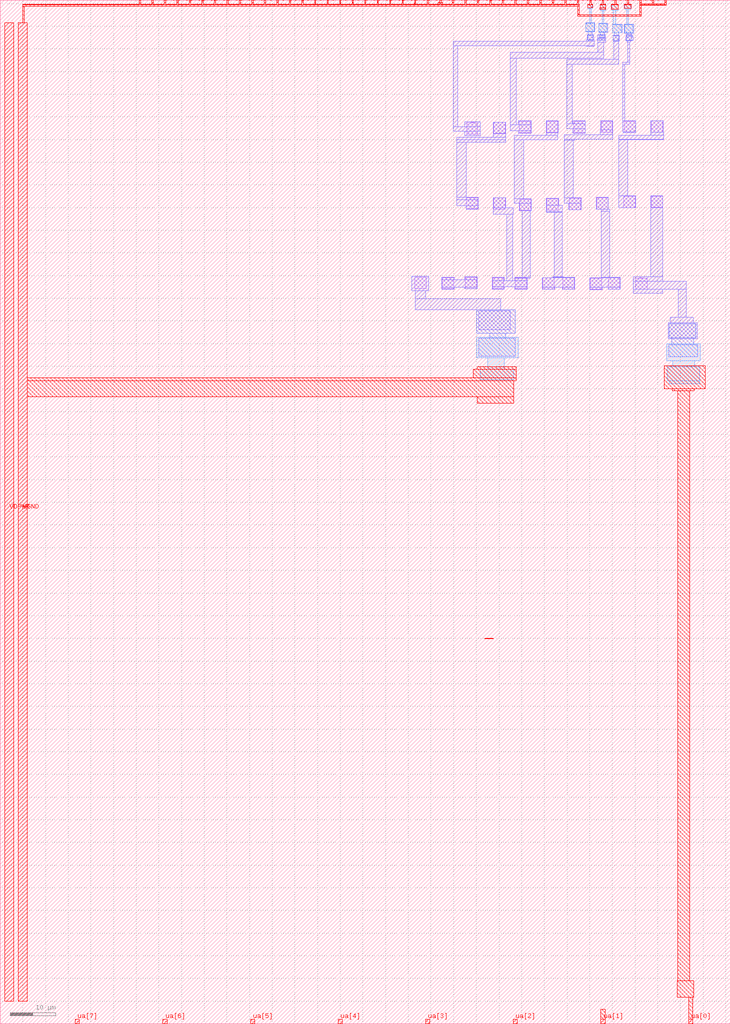
<source format=lef>
VERSION 5.7 ;
  NOWIREEXTENSIONATPIN ON ;
  DIVIDERCHAR "/" ;
  BUSBITCHARS "[]" ;
MACRO tt_um_r2r_dac
  CLASS BLOCK ;
  FOREIGN tt_um_r2r_dac ;
  ORIGIN 0.000 0.000 ;
  SIZE 161.000 BY 225.760 ;
  PIN clk
    DIRECTION INPUT ;
    USE SIGNAL ;
    PORT
      LAYER met4 ;
        RECT 143.830 224.760 144.130 225.760 ;
    END
  END clk
  PIN ena
    DIRECTION INPUT ;
    USE SIGNAL ;
    PORT
      LAYER met4 ;
        RECT 146.590 224.760 146.890 225.760 ;
    END
  END ena
  PIN rst_n
    DIRECTION INPUT ;
    USE SIGNAL ;
    PORT
      LAYER met4 ;
        RECT 141.070 224.760 141.370 225.760 ;
    END
  END rst_n
  PIN ua[0]
    DIRECTION INOUT ;
    USE SIGNAL ;
    PORT
      LAYER met4 ;
        RECT 151.810 0.000 152.710 1.000 ;
    END
  END ua[0]
  PIN ua[1]
    DIRECTION INOUT ;
    USE SIGNAL ;
    PORT
      LAYER met4 ;
        RECT 132.490 0.000 133.390 1.000 ;
    END
  END ua[1]
  PIN ua[2]
    DIRECTION INOUT ;
    USE SIGNAL ;
    PORT
      LAYER met4 ;
        RECT 113.170 0.000 114.070 1.000 ;
    END
  END ua[2]
  PIN ua[3]
    DIRECTION INOUT ;
    USE SIGNAL ;
    PORT
      LAYER met4 ;
        RECT 93.850 0.000 94.750 1.000 ;
    END
  END ua[3]
  PIN ua[4]
    DIRECTION INOUT ;
    USE SIGNAL ;
    PORT
      LAYER met4 ;
        RECT 74.530 0.000 75.430 1.000 ;
    END
  END ua[4]
  PIN ua[5]
    DIRECTION INOUT ;
    USE SIGNAL ;
    PORT
      LAYER met4 ;
        RECT 55.210 0.000 56.110 1.000 ;
    END
  END ua[5]
  PIN ua[6]
    DIRECTION INOUT ;
    USE SIGNAL ;
    PORT
      LAYER met4 ;
        RECT 35.890 0.000 36.790 1.000 ;
    END
  END ua[6]
  PIN ua[7]
    DIRECTION INOUT ;
    USE SIGNAL ;
    PORT
      LAYER met4 ;
        RECT 16.570 0.000 17.470 1.000 ;
    END
  END ua[7]
  PIN ui_in[0]
    DIRECTION INPUT ;
    USE SIGNAL ;
    PORT
      LAYER met4 ;
        RECT 138.310 224.760 138.610 225.760 ;
    END
  END ui_in[0]
  PIN ui_in[1]
    DIRECTION INPUT ;
    USE SIGNAL ;
    PORT
      LAYER met4 ;
        RECT 135.550 224.760 135.850 225.760 ;
    END
  END ui_in[1]
  PIN ui_in[2]
    DIRECTION INPUT ;
    USE SIGNAL ;
    PORT
      LAYER met4 ;
        RECT 132.790 224.760 133.090 225.760 ;
    END
  END ui_in[2]
  PIN ui_in[3]
    DIRECTION INPUT ;
    USE SIGNAL ;
    PORT
      LAYER met4 ;
        RECT 130.030 224.760 130.330 225.760 ;
    END
  END ui_in[3]
  PIN ui_in[4]
    DIRECTION INPUT ;
    USE SIGNAL ;
    PORT
      LAYER met4 ;
        RECT 127.270 224.760 127.570 225.760 ;
    END
  END ui_in[4]
  PIN ui_in[5]
    DIRECTION INPUT ;
    USE SIGNAL ;
    PORT
      LAYER met4 ;
        RECT 124.510 224.760 124.810 225.760 ;
    END
  END ui_in[5]
  PIN ui_in[6]
    DIRECTION INPUT ;
    USE SIGNAL ;
    PORT
      LAYER met4 ;
        RECT 121.750 224.760 122.050 225.760 ;
    END
  END ui_in[6]
  PIN ui_in[7]
    DIRECTION INPUT ;
    USE SIGNAL ;
    PORT
      LAYER met4 ;
        RECT 118.990 224.760 119.290 225.760 ;
    END
  END ui_in[7]
  PIN uio_in[0]
    DIRECTION INPUT ;
    USE SIGNAL ;
    PORT
      LAYER met4 ;
        RECT 116.230 224.760 116.530 225.760 ;
    END
  END uio_in[0]
  PIN uio_in[1]
    DIRECTION INPUT ;
    USE SIGNAL ;
    PORT
      LAYER met4 ;
        RECT 113.470 224.760 113.770 225.760 ;
    END
  END uio_in[1]
  PIN uio_in[2]
    DIRECTION INPUT ;
    USE SIGNAL ;
    PORT
      LAYER met4 ;
        RECT 110.710 224.760 111.010 225.760 ;
    END
  END uio_in[2]
  PIN uio_in[3]
    DIRECTION INPUT ;
    USE SIGNAL ;
    PORT
      LAYER met4 ;
        RECT 107.950 224.760 108.250 225.760 ;
    END
  END uio_in[3]
  PIN uio_in[4]
    DIRECTION INPUT ;
    USE SIGNAL ;
    PORT
      LAYER met4 ;
        RECT 105.190 224.760 105.490 225.760 ;
    END
  END uio_in[4]
  PIN uio_in[5]
    DIRECTION INPUT ;
    USE SIGNAL ;
    PORT
      LAYER met4 ;
        RECT 102.430 224.760 102.730 225.760 ;
    END
  END uio_in[5]
  PIN uio_in[6]
    DIRECTION INPUT ;
    USE SIGNAL ;
    PORT
      LAYER met4 ;
        RECT 99.670 224.760 99.970 225.760 ;
    END
  END uio_in[6]
  PIN uio_in[7]
    DIRECTION INPUT ;
    USE SIGNAL ;
    PORT
      LAYER met4 ;
        RECT 96.910 224.760 97.210 225.760 ;
    END
  END uio_in[7]
  PIN uio_oe[0]
    DIRECTION OUTPUT ;
    USE SIGNAL ;
    PORT
      LAYER met4 ;
        RECT 49.990 224.760 50.290 225.760 ;
    END
  END uio_oe[0]
  PIN uio_oe[1]
    DIRECTION OUTPUT ;
    USE SIGNAL ;
    PORT
      LAYER met4 ;
        RECT 47.230 224.760 47.530 225.760 ;
    END
  END uio_oe[1]
  PIN uio_oe[2]
    DIRECTION OUTPUT ;
    USE SIGNAL ;
    PORT
      LAYER met4 ;
        RECT 44.470 224.760 44.770 225.760 ;
    END
  END uio_oe[2]
  PIN uio_oe[3]
    DIRECTION OUTPUT ;
    USE SIGNAL ;
    PORT
      LAYER met4 ;
        RECT 41.710 224.760 42.010 225.760 ;
    END
  END uio_oe[3]
  PIN uio_oe[4]
    DIRECTION OUTPUT ;
    USE SIGNAL ;
    PORT
      LAYER met4 ;
        RECT 38.950 224.760 39.250 225.760 ;
    END
  END uio_oe[4]
  PIN uio_oe[5]
    DIRECTION OUTPUT ;
    USE SIGNAL ;
    PORT
      LAYER met4 ;
        RECT 36.190 224.760 36.490 225.760 ;
    END
  END uio_oe[5]
  PIN uio_oe[6]
    DIRECTION OUTPUT ;
    USE SIGNAL ;
    PORT
      LAYER met4 ;
        RECT 33.430 224.760 33.730 225.760 ;
    END
  END uio_oe[6]
  PIN uio_oe[7]
    DIRECTION OUTPUT ;
    USE SIGNAL ;
    PORT
      LAYER met4 ;
        RECT 30.670 224.760 30.970 225.760 ;
    END
  END uio_oe[7]
  PIN uio_out[0]
    DIRECTION OUTPUT ;
    USE SIGNAL ;
    PORT
      LAYER met4 ;
        RECT 72.070 224.760 72.370 225.760 ;
    END
  END uio_out[0]
  PIN uio_out[1]
    DIRECTION OUTPUT ;
    USE SIGNAL ;
    PORT
      LAYER met4 ;
        RECT 69.310 224.760 69.610 225.760 ;
    END
  END uio_out[1]
  PIN uio_out[2]
    DIRECTION OUTPUT ;
    USE SIGNAL ;
    PORT
      LAYER met4 ;
        RECT 66.550 224.760 66.850 225.760 ;
    END
  END uio_out[2]
  PIN uio_out[3]
    DIRECTION OUTPUT ;
    USE SIGNAL ;
    PORT
      LAYER met4 ;
        RECT 63.790 224.760 64.090 225.760 ;
    END
  END uio_out[3]
  PIN uio_out[4]
    DIRECTION OUTPUT ;
    USE SIGNAL ;
    PORT
      LAYER met4 ;
        RECT 61.030 224.760 61.330 225.760 ;
    END
  END uio_out[4]
  PIN uio_out[5]
    DIRECTION OUTPUT ;
    USE SIGNAL ;
    PORT
      LAYER met4 ;
        RECT 58.270 224.760 58.570 225.760 ;
    END
  END uio_out[5]
  PIN uio_out[6]
    DIRECTION OUTPUT ;
    USE SIGNAL ;
    PORT
      LAYER met4 ;
        RECT 55.510 224.760 55.810 225.760 ;
    END
  END uio_out[6]
  PIN uio_out[7]
    DIRECTION OUTPUT ;
    USE SIGNAL ;
    PORT
      LAYER met4 ;
        RECT 52.750 224.760 53.050 225.760 ;
    END
  END uio_out[7]
  PIN uo_out[0]
    DIRECTION OUTPUT ;
    USE SIGNAL ;
    PORT
      LAYER met4 ;
        RECT 94.150 224.760 94.450 225.760 ;
    END
  END uo_out[0]
  PIN uo_out[1]
    DIRECTION OUTPUT ;
    USE SIGNAL ;
    PORT
      LAYER met4 ;
        RECT 91.390 224.760 91.690 225.760 ;
    END
  END uo_out[1]
  PIN uo_out[2]
    DIRECTION OUTPUT ;
    USE SIGNAL ;
    PORT
      LAYER met4 ;
        RECT 88.630 224.760 88.930 225.760 ;
    END
  END uo_out[2]
  PIN uo_out[3]
    DIRECTION OUTPUT ;
    USE SIGNAL ;
    PORT
      LAYER met4 ;
        RECT 85.870 224.760 86.170 225.760 ;
    END
  END uo_out[3]
  PIN uo_out[4]
    DIRECTION OUTPUT ;
    USE SIGNAL ;
    PORT
      LAYER met4 ;
        RECT 83.110 224.760 83.410 225.760 ;
    END
  END uo_out[4]
  PIN uo_out[5]
    DIRECTION OUTPUT ;
    USE SIGNAL ;
    PORT
      LAYER met4 ;
        RECT 80.350 224.760 80.650 225.760 ;
    END
  END uo_out[5]
  PIN uo_out[6]
    DIRECTION OUTPUT ;
    USE SIGNAL ;
    PORT
      LAYER met4 ;
        RECT 77.590 224.760 77.890 225.760 ;
    END
  END uo_out[6]
  PIN uo_out[7]
    DIRECTION OUTPUT ;
    USE SIGNAL ;
    PORT
      LAYER met4 ;
        RECT 74.830 224.760 75.130 225.760 ;
    END
  END uo_out[7]
  PIN VDPWR
    DIRECTION INOUT ;
    USE POWER ;
    PORT
      LAYER met4 ;
        RECT 1.000 5.000 3.000 220.760 ;
    END
  END VDPWR
  PIN VGND
    DIRECTION INOUT ;
    USE GROUND ;
    PORT
      LAYER met4 ;
        RECT 4.000 5.000 6.000 220.760 ;
    END
  END VGND
  OBS
      LAYER li1 ;
        RECT 115.590 199.020 116.090 199.110 ;
        RECT 121.980 199.090 122.480 199.110 ;
        RECT 103.980 198.700 104.480 198.790 ;
        RECT 110.370 198.770 110.870 198.790 ;
        RECT 102.850 196.200 105.360 198.700 ;
        RECT 108.880 196.270 111.390 198.770 ;
        RECT 114.460 196.520 116.970 199.020 ;
        RECT 120.490 196.590 123.000 199.090 ;
        RECT 127.600 199.020 128.100 199.110 ;
        RECT 133.990 199.090 134.490 199.110 ;
        RECT 126.470 196.520 128.980 199.020 ;
        RECT 132.500 196.590 135.010 199.090 ;
        RECT 138.730 199.030 139.230 199.120 ;
        RECT 145.120 199.100 145.620 199.120 ;
        RECT 137.600 196.530 140.110 199.030 ;
        RECT 143.630 196.600 146.140 199.100 ;
        RECT 138.660 182.480 139.160 182.570 ;
        RECT 145.050 182.550 145.550 182.570 ;
        RECT 103.340 182.200 103.840 182.220 ;
        RECT 102.820 179.700 105.330 182.200 ;
        RECT 109.730 182.130 110.230 182.220 ;
        RECT 108.850 179.630 111.360 182.130 ;
        RECT 126.650 182.080 127.150 182.170 ;
        RECT 133.040 182.150 133.540 182.170 ;
        RECT 115.650 181.890 116.150 181.980 ;
        RECT 122.040 181.960 122.540 181.980 ;
        RECT 114.520 179.390 117.030 181.890 ;
        RECT 120.550 179.460 123.060 181.960 ;
        RECT 125.520 179.580 128.030 182.080 ;
        RECT 131.550 179.650 134.060 182.150 ;
        RECT 137.530 179.980 140.040 182.480 ;
        RECT 143.560 180.050 146.070 182.550 ;
        RECT 91.970 164.630 92.470 164.650 ;
        RECT 91.450 162.130 93.960 164.630 ;
        RECT 98.360 164.560 98.860 164.650 ;
        RECT 103.080 164.620 103.580 164.640 ;
        RECT 97.480 162.060 99.990 164.560 ;
        RECT 102.560 162.120 105.070 164.620 ;
        RECT 109.470 164.550 109.970 164.640 ;
        RECT 114.110 164.560 114.610 164.580 ;
        RECT 108.590 162.050 111.100 164.550 ;
        RECT 113.590 162.060 116.100 164.560 ;
        RECT 120.500 164.490 121.000 164.580 ;
        RECT 124.590 164.510 125.090 164.530 ;
        RECT 119.620 161.990 122.130 164.490 ;
        RECT 124.070 162.010 126.580 164.510 ;
        RECT 130.980 164.440 131.480 164.530 ;
        RECT 134.660 164.520 135.160 164.540 ;
        RECT 130.100 161.940 132.610 164.440 ;
        RECT 134.140 162.020 136.650 164.520 ;
        RECT 141.050 164.450 141.550 164.540 ;
        RECT 140.170 161.950 142.680 164.450 ;
      LAYER met1 ;
        RECT 131.740 218.100 133.060 218.150 ;
        RECT 129.450 217.000 130.850 218.100 ;
        RECT 131.740 217.460 133.390 218.100 ;
        RECT 131.740 217.280 133.580 217.460 ;
        RECT 129.260 216.670 130.960 217.000 ;
        RECT 131.630 216.950 133.580 217.280 ;
        RECT 99.900 215.650 130.960 216.670 ;
        RECT 99.900 197.870 100.920 215.650 ;
        RECT 129.260 215.600 130.960 215.650 ;
        RECT 131.740 216.490 133.580 216.950 ;
        RECT 135.150 216.740 136.550 218.050 ;
        RECT 138.040 217.700 139.440 218.110 ;
        RECT 137.950 216.960 139.620 217.700 ;
        RECT 138.000 216.760 139.420 216.960 ;
        RECT 131.740 214.310 133.060 216.490 ;
        RECT 112.510 212.990 133.060 214.310 ;
        RECT 102.430 197.870 105.820 198.960 ;
        RECT 99.900 196.850 105.820 197.870 ;
        RECT 102.430 195.880 105.820 196.850 ;
        RECT 108.770 196.390 111.460 198.850 ;
        RECT 112.510 198.300 113.830 212.990 ;
        RECT 135.310 212.740 136.450 216.740 ;
        RECT 138.250 216.500 138.950 216.760 ;
        RECT 124.990 211.600 136.450 212.740 ;
        RECT 138.340 212.040 138.800 216.500 ;
        RECT 114.250 198.300 117.130 199.170 ;
        RECT 112.510 196.980 117.130 198.300 ;
        RECT 108.740 195.490 111.500 196.390 ;
        RECT 114.250 196.380 117.130 196.980 ;
        RECT 120.380 196.540 123.070 199.170 ;
        RECT 124.990 198.480 126.130 211.600 ;
        RECT 137.240 211.580 138.800 212.040 ;
        RECT 126.300 198.480 129.070 199.140 ;
        RECT 124.990 197.340 129.070 198.480 ;
        RECT 120.470 195.970 123.010 196.540 ;
        RECT 126.300 196.410 129.070 197.340 ;
        RECT 132.390 197.190 135.080 199.170 ;
        RECT 132.360 196.020 135.080 197.190 ;
        RECT 137.250 199.150 137.695 211.580 ;
        RECT 137.250 196.760 140.210 199.150 ;
        RECT 137.450 196.470 140.210 196.760 ;
        RECT 143.520 196.580 146.210 199.180 ;
        RECT 100.700 195.010 111.500 195.490 ;
        RECT 100.670 194.420 111.500 195.010 ;
        RECT 113.350 194.990 123.010 195.970 ;
        RECT 124.370 195.020 135.080 196.020 ;
        RECT 143.510 196.010 146.330 196.580 ;
        RECT 136.420 195.020 146.370 196.010 ;
        RECT 100.670 194.410 111.460 194.420 ;
        RECT 100.670 182.280 102.780 194.410 ;
        RECT 100.670 181.700 105.440 182.280 ;
        RECT 100.640 180.440 105.440 181.700 ;
        RECT 102.750 179.650 105.440 180.440 ;
        RECT 108.780 179.920 111.470 182.210 ;
        RECT 113.390 181.970 115.430 194.990 ;
        RECT 120.470 194.940 123.010 194.990 ;
        RECT 124.390 194.810 126.660 195.020 ;
        RECT 136.400 194.990 146.370 195.020 ;
        RECT 124.390 182.160 126.420 194.810 ;
        RECT 136.400 182.560 138.390 194.990 ;
        RECT 113.390 180.950 117.100 181.970 ;
        RECT 108.720 178.490 113.180 179.920 ;
        RECT 114.410 179.340 117.100 180.950 ;
        RECT 120.440 180.520 123.130 182.040 ;
        RECT 124.390 180.980 128.100 182.160 ;
        RECT 90.780 161.710 94.500 164.890 ;
        RECT 97.410 164.110 100.100 164.640 ;
        RECT 102.490 164.110 105.180 164.700 ;
        RECT 97.410 162.450 105.180 164.110 ;
        RECT 97.410 162.010 100.100 162.450 ;
        RECT 102.490 162.070 105.180 162.450 ;
        RECT 108.520 163.900 111.210 164.630 ;
        RECT 111.660 163.900 113.030 178.490 ;
        RECT 115.140 164.640 116.930 179.340 ;
        RECT 120.370 179.070 123.950 180.520 ;
        RECT 125.410 179.530 128.100 180.980 ;
        RECT 131.440 179.600 134.130 182.230 ;
        RECT 136.400 180.020 140.110 182.560 ;
        RECT 143.450 180.020 146.140 182.630 ;
        RECT 137.420 179.930 140.110 180.020 ;
        RECT 143.420 180.000 146.140 180.020 ;
        RECT 132.550 179.150 134.380 179.600 ;
        RECT 120.370 178.950 123.970 179.070 ;
        RECT 122.180 164.800 123.970 178.950 ;
        RECT 113.520 164.430 116.930 164.640 ;
        RECT 121.890 164.590 124.120 164.800 ;
        RECT 132.590 164.600 134.380 179.150 ;
        RECT 143.420 164.720 146.110 180.000 ;
        RECT 121.890 164.570 126.690 164.590 ;
        RECT 113.520 163.900 116.210 164.430 ;
        RECT 108.520 162.520 116.210 163.900 ;
        RECT 108.520 162.000 111.210 162.520 ;
        RECT 113.520 162.010 116.210 162.520 ;
        RECT 119.550 162.420 126.690 164.570 ;
        RECT 132.590 164.520 136.760 164.600 ;
        RECT 119.550 161.940 122.240 162.420 ;
        RECT 124.000 161.960 126.690 162.420 ;
        RECT 130.030 162.430 136.760 164.520 ;
        RECT 130.030 161.890 132.720 162.430 ;
        RECT 134.070 161.970 136.760 162.430 ;
        RECT 139.610 163.705 146.110 164.720 ;
        RECT 139.610 161.995 151.245 163.705 ;
        RECT 91.525 159.860 93.875 161.710 ;
        RECT 139.610 161.160 146.110 161.995 ;
        RECT 139.610 161.150 143.590 161.160 ;
        RECT 91.525 157.510 110.380 159.860 ;
        RECT 108.030 157.210 110.380 157.510 ;
        RECT 105.530 153.060 112.480 157.210 ;
        RECT 149.535 155.770 151.245 161.995 ;
        RECT 147.800 154.650 152.830 155.770 ;
        RECT 147.310 151.110 153.770 154.650 ;
      LAYER met2 ;
        RECT 129.120 218.810 131.170 220.760 ;
        RECT 129.690 217.990 130.610 218.810 ;
        RECT 131.950 218.720 134.000 220.670 ;
        RECT 132.380 217.990 133.300 218.720 ;
        RECT 135.080 218.520 137.130 220.470 ;
        RECT 129.540 216.860 130.710 217.990 ;
        RECT 132.080 217.620 133.300 217.990 ;
        RECT 135.440 217.940 136.360 218.520 ;
        RECT 137.630 218.500 139.680 220.450 ;
        RECT 138.300 218.000 139.220 218.500 ;
        RECT 132.080 216.860 133.250 217.620 ;
        RECT 135.240 216.810 136.410 217.940 ;
        RECT 138.130 216.870 139.300 218.000 ;
        RECT 105.120 152.240 113.550 157.430 ;
        RECT 107.920 151.200 111.530 152.240 ;
        RECT 147.570 151.300 153.360 154.350 ;
        RECT 105.580 147.270 113.530 151.200 ;
        RECT 148.120 149.780 152.960 151.300 ;
        RECT 147.390 147.140 153.840 149.780 ;
      LAYER met3 ;
        RECT 135.000 224.750 136.210 224.760 ;
        RECT 129.600 223.840 130.600 224.750 ;
        RECT 129.970 220.660 130.330 223.840 ;
        RECT 132.350 223.540 133.500 224.750 ;
        RECT 134.900 223.550 136.260 224.750 ;
        RECT 137.750 224.000 139.060 224.750 ;
        RECT 137.750 223.800 139.050 224.000 ;
        RECT 129.170 218.860 130.970 220.660 ;
        RECT 132.780 220.570 133.140 223.540 ;
        RECT 132.000 218.770 133.800 220.570 ;
        RECT 135.245 220.370 135.695 223.550 ;
        RECT 135.130 218.570 136.930 220.370 ;
        RECT 138.150 220.350 138.470 223.800 ;
        RECT 137.680 218.550 139.480 220.350 ;
        RECT 105.120 146.850 114.200 151.420 ;
        RECT 107.470 144.360 111.120 146.850 ;
        RECT 147.010 146.190 154.370 149.980 ;
        RECT 148.300 144.860 153.170 146.190 ;
        RECT 105.820 142.050 113.240 144.360 ;
        RECT 147.160 141.790 154.320 144.860 ;
        RECT 147.570 141.130 154.310 141.790 ;
      LAYER met4 ;
        RECT 91.300 224.800 91.390 225.100 ;
        RECT 96.600 224.800 96.910 225.290 ;
        RECT 4.975 224.760 30.670 224.800 ;
        RECT 30.970 224.760 33.430 224.800 ;
        RECT 33.730 224.760 36.190 224.800 ;
        RECT 36.490 224.760 38.950 224.800 ;
        RECT 39.250 224.760 41.710 224.800 ;
        RECT 42.010 224.760 44.470 224.800 ;
        RECT 44.770 224.760 47.230 224.800 ;
        RECT 47.530 224.760 49.990 224.800 ;
        RECT 50.290 224.760 52.750 224.800 ;
        RECT 53.050 224.760 55.510 224.800 ;
        RECT 55.810 224.760 58.270 224.800 ;
        RECT 58.570 224.760 61.030 224.800 ;
        RECT 61.330 224.760 63.790 224.800 ;
        RECT 64.090 224.760 66.550 224.800 ;
        RECT 66.850 224.760 69.310 224.800 ;
        RECT 69.610 224.760 72.070 224.800 ;
        RECT 72.370 224.760 74.830 224.800 ;
        RECT 75.130 224.760 77.590 224.800 ;
        RECT 77.890 224.760 80.350 224.800 ;
        RECT 80.650 224.760 83.110 224.800 ;
        RECT 83.410 224.760 85.870 224.800 ;
        RECT 86.170 224.760 88.630 224.800 ;
        RECT 88.930 224.760 91.390 224.800 ;
        RECT 91.690 224.760 94.150 224.800 ;
        RECT 94.450 224.760 96.910 224.800 ;
        RECT 97.210 224.800 97.540 225.240 ;
        RECT 97.210 224.760 99.670 224.800 ;
        RECT 99.970 224.760 102.430 224.800 ;
        RECT 102.730 224.760 105.190 224.800 ;
        RECT 105.490 224.760 107.950 224.800 ;
        RECT 108.250 224.760 110.710 224.800 ;
        RECT 111.010 224.760 113.470 224.800 ;
        RECT 113.770 224.760 116.230 224.800 ;
        RECT 116.530 224.760 118.990 224.800 ;
        RECT 119.290 224.760 121.750 224.800 ;
        RECT 122.050 224.760 124.510 224.800 ;
        RECT 124.810 224.760 127.270 224.800 ;
        RECT 127.570 224.760 127.705 224.800 ;
        RECT 4.975 224.450 127.705 224.760 ;
        RECT 4.975 220.760 5.325 224.450 ;
        RECT 127.355 222.505 127.705 224.450 ;
        RECT 129.550 224.760 130.030 224.800 ;
        RECT 130.330 224.760 130.660 224.800 ;
        RECT 129.550 224.100 130.660 224.760 ;
        RECT 132.300 224.760 132.790 224.800 ;
        RECT 133.090 224.760 133.550 224.800 ;
        RECT 132.300 224.100 133.550 224.760 ;
        RECT 132.200 223.800 133.550 224.100 ;
        RECT 134.800 224.760 135.550 224.800 ;
        RECT 135.850 224.760 136.350 224.800 ;
        RECT 134.800 223.750 136.350 224.760 ;
        RECT 137.650 224.760 138.310 224.800 ;
        RECT 138.610 224.760 139.150 224.800 ;
        RECT 137.650 223.950 139.150 224.760 ;
        RECT 141.055 224.760 141.070 224.935 ;
        RECT 141.370 224.760 143.830 224.935 ;
        RECT 144.130 224.760 146.590 224.935 ;
        RECT 146.890 224.760 146.935 224.935 ;
        RECT 141.055 224.585 146.935 224.760 ;
        RECT 141.055 222.505 141.405 224.585 ;
        RECT 127.355 222.155 141.405 222.505 ;
        RECT 105.250 144.360 113.830 144.860 ;
        RECT 104.310 142.490 113.830 144.360 ;
        RECT 6.000 141.770 113.830 142.490 ;
        RECT 6.000 138.320 113.250 141.770 ;
        RECT 146.480 140.040 155.490 145.150 ;
        RECT 148.230 139.560 153.090 140.040 ;
        RECT 105.190 136.890 113.250 138.320 ;
        RECT 106.900 84.940 108.740 84.980 ;
        RECT 149.390 9.510 152.030 139.560 ;
        RECT 149.360 5.820 152.950 9.510 ;
        RECT 132.490 1.000 133.390 3.250 ;
        RECT 151.800 1.000 152.720 5.820 ;
        RECT 151.800 0.140 151.810 1.000 ;
        RECT 152.710 0.140 152.720 1.000 ;
  END
END tt_um_r2r_dac
END LIBRARY


</source>
